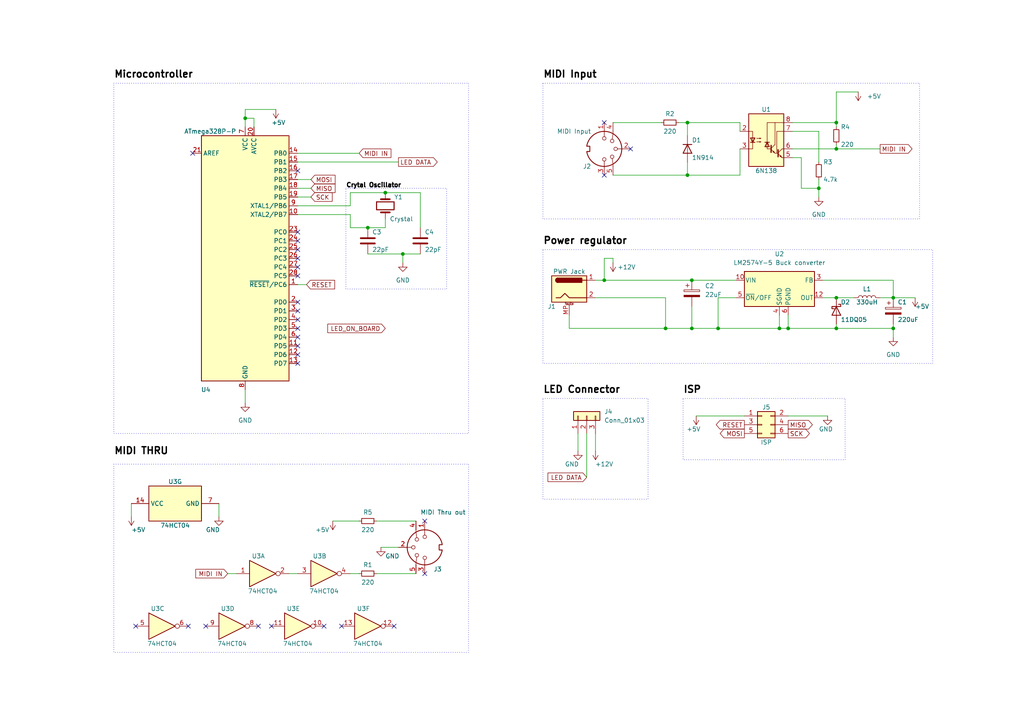
<source format=kicad_sch>
(kicad_sch (version 20230121) (generator eeschema)
  (paper "A4")
  (title_block (title "MIDI Visualiser") (date "2023-10-22") (rev "0.2") (comment 2 "Maksim Eremenko") (comment 3 "Vagarth Gaurav") (comment 4 "Authors:"))
  (lib_symbols
    (symbol "74xx:74HCT04"
      (property "Reference" "U" (at 0 1.27 0))
      (property "Value" "74HCT04" (at 0 -1.27 0))
      (symbol "74HCT04_1_0"
        (polyline (pts (xy -3.81 3.81) (xy -3.81 -3.81) (xy 3.81 0) (xy -3.81 3.81)) (stroke (width 0.254)) (fill (type background)))
        (pin input line (at -7.62 0 0) (length 3.81) (name "~") (number "1"))
        (pin output inverted (at 7.62 0 180) (length 3.81) (name "~") (number "2"))
      )
      (symbol "74HCT04_2_0"
        (polyline (pts (xy -3.81 3.81) (xy -3.81 -3.81) (xy 3.81 0) (xy -3.81 3.81)) (stroke (width 0.254)) (fill (type background)))
        (pin input line (at -7.62 0 0) (length 3.81) (name "~") (number "3"))
        (pin output inverted (at 7.62 0 180) (length 3.81) (name "~") (number "4"))
      )
      (symbol "74HCT04_3_0"
        (polyline (pts (xy -3.81 3.81) (xy -3.81 -3.81) (xy 3.81 0) (xy -3.81 3.81)) (stroke (width 0.254)) (fill (type background)))
        (pin input line (at -7.62 0 0) (length 3.81) (name "~") (number "5"))
        (pin output inverted (at 7.62 0 180) (length 3.81) (name "~") (number "6"))
      )
      (symbol "74HCT04_4_0"
        (polyline (pts (xy -3.81 3.81) (xy -3.81 -3.81) (xy 3.81 0) (xy -3.81 3.81)) (stroke (width 0.254)) (fill (type background)))
        (pin output inverted (at 7.62 0 180) (length 3.81) (name "~") (number "8"))
        (pin input line (at -7.62 0 0) (length 3.81) (name "~") (number "9"))
      )
      (symbol "74HCT04_5_0"
        (polyline (pts (xy -3.81 3.81) (xy -3.81 -3.81) (xy 3.81 0) (xy -3.81 3.81)) (stroke (width 0.254)) (fill (type background)))
        (pin output inverted (at 7.62 0 180) (length 3.81) (name "~") (number "10"))
        (pin input line (at -7.62 0 0) (length 3.81) (name "~") (number "11"))
      )
      (symbol "74HCT04_6_0"
        (polyline (pts (xy -3.81 3.81) (xy -3.81 -3.81) (xy 3.81 0) (xy -3.81 3.81)) (stroke (width 0.254)) (fill (type background)))
        (pin output inverted (at 7.62 0 180) (length 3.81) (name "~") (number "12"))
        (pin input line (at -7.62 0 0) (length 3.81) (name "~") (number "13"))
      )
      (symbol "74HCT04_7_0"
        (pin power_in line (at 0 12.7 270) (length 5.08) (name "VCC") (number "14"))
        (pin power_in line (at 0 -12.7 90) (length 5.08) (name "GND") (number "7"))
      )
      (symbol "74HCT04_7_1"
        (rectangle (start -5.08 7.62) (end 5.08 -7.62) (stroke (width 0.254)) (fill (type background)))
      )
    )
    (symbol "Connector:Barrel_Jack_MountingPin" (pin_names hide)
      (property "Reference" "J" (at 0 5.334 0))
      (property "Value" "Barrel_Jack_MountingPin" (at 1.27 -6.35 0))
      (symbol "Barrel_Jack_MountingPin_0_1"
        (rectangle (start -5.08 3.81) (end 5.08 -3.81) (stroke (width 0.254)) (fill (type background)))
        (arc (start -3.302 3.175) (mid -3.9343 2.54) (end -3.302 1.905) (stroke (width 0.254)))
        (arc (start -3.302 3.175) (mid -3.9343 2.54) (end -3.302 1.905) (stroke (width 0.254)) (fill (type outline)))
        (polyline (pts (xy 5.08 2.54) (xy 3.81 2.54)) (stroke (width 0.254)))
        (polyline (pts (xy -3.81 -2.54) (xy -2.54 -2.54) (xy -1.27 -1.27) (xy 0 -2.54) (xy 2.54 -2.54) (xy 5.08 -2.54)) (stroke (width 0.254)))
        (rectangle (start 3.683 3.175) (end -3.302 1.905) (stroke (width 0.254)) (fill (type outline)))
      )
      (symbol "Barrel_Jack_MountingPin_1_1"
        (polyline (pts (xy -1.016 -4.572) (xy 1.016 -4.572)) (stroke (width 0.1524)))
        (text "Mounting" (at 0 -4.191 0) (effects (font (size 0.381 0.381))))
        (pin passive line (at 7.62 2.54 180) (length 2.54) (name "~") (number "1"))
        (pin passive line (at 7.62 -2.54 180) (length 2.54) (name "~") (number "2"))
        (pin passive line (at 0 -7.62 90) (length 3.048) (name "MountPin") (number "MP"))
      )
    )
    (symbol "Connector:DIN-5_180degree" (pin_names (offset 1.016))
      (property "Reference" "J" (at 3.175 5.715 0))
      (property "Value" "DIN-5_180degree" (at 0 -6.35 0))
      (symbol "DIN-5_180degree_0_1"
        (arc (start -5.08 0) (mid -3.8609 -3.3364) (end -0.762 -5.08) (stroke (width 0.254)))
        (circle (center -3.048 0) (radius 0.508))
        (circle (center -2.286 2.286) (radius 0.508))
        (polyline (pts (xy -5.08 0) (xy -3.556 0)))
        (polyline (pts (xy 0 5.08) (xy 0 3.81)))
        (polyline (pts (xy 5.08 0) (xy 3.556 0)))
        (polyline (pts (xy -5.08 2.54) (xy -4.318 2.54) (xy -2.794 2.286)))
        (polyline (pts (xy 5.08 2.54) (xy 4.318 2.54) (xy 2.794 2.286)))
        (polyline (pts (xy -0.762 -4.953) (xy -0.762 -4.191) (xy 0.762 -4.191) (xy 0.762 -4.953)) (stroke (width 0.254)))
        (circle (center 0 3.302) (radius 0.508))
        (arc (start 0.762 -5.08) (mid 3.8685 -3.343) (end 5.08 0) (stroke (width 0.254)))
        (circle (center 2.286 2.286) (radius 0.508))
        (circle (center 3.048 0) (radius 0.508))
        (arc (start 5.08 0) (mid 0 5.0579) (end -5.08 0) (stroke (width 0.254)))
      )
      (symbol "DIN-5_180degree_1_1"
        (pin passive line (at -7.62 0 0) (length 2.54) (name "~") (number "1"))
        (pin passive line (at 0 7.62 270) (length 2.54) (name "~") (number "2"))
        (pin passive line (at 7.62 0 180) (length 2.54) (name "~") (number "3"))
        (pin passive line (at -7.62 2.54 0) (length 2.54) (name "~") (number "4"))
        (pin passive line (at 7.62 2.54 180) (length 2.54) (name "~") (number "5"))
      )
    )
    (symbol "Connector_Generic:Conn_01x03" (pin_names (offset 1.016) hide)
      (property "Reference" "J" (at 0 5.08 0))
      (property "Value" "Conn_01x03" (at 0 -5.08 0))
      (symbol "Conn_01x03_1_1"
        (rectangle (start -1.27 -2.413) (end 0 -2.667) (stroke (width 0.1524)))
        (rectangle (start -1.27 0.127) (end 0 -0.127) (stroke (width 0.1524)))
        (rectangle (start -1.27 2.667) (end 0 2.413) (stroke (width 0.1524)))
        (rectangle (start -1.27 3.81) (end 1.27 -3.81) (stroke (width 0.254)) (fill (type background)))
        (pin passive line (at -5.08 2.54 0) (length 3.81) (name "Pin_1") (number "1"))
        (pin passive line (at -5.08 0 0) (length 3.81) (name "Pin_2") (number "2"))
        (pin passive line (at -5.08 -2.54 0) (length 3.81) (name "Pin_3") (number "3"))
      )
    )
    (symbol "Connector_Generic:Conn_02x03_Odd_Even" (pin_names (offset 1.016) hide)
      (property "Reference" "J" (at 1.27 5.08 0))
      (property "Value" "Conn_02x03_Odd_Even" (at 1.27 -5.08 0))
      (symbol "Conn_02x03_Odd_Even_1_1"
        (rectangle (start -1.27 -2.413) (end 0 -2.667) (stroke (width 0.1524)))
        (rectangle (start -1.27 0.127) (end 0 -0.127) (stroke (width 0.1524)))
        (rectangle (start -1.27 2.667) (end 0 2.413) (stroke (width 0.1524)))
        (rectangle (start -1.27 3.81) (end 3.81 -3.81) (stroke (width 0.254)) (fill (type background)))
        (rectangle (start 3.81 -2.413) (end 2.54 -2.667) (stroke (width 0.1524)))
        (rectangle (start 3.81 0.127) (end 2.54 -0.127) (stroke (width 0.1524)))
        (rectangle (start 3.81 2.667) (end 2.54 2.413) (stroke (width 0.1524)))
        (pin passive line (at -5.08 2.54 0) (length 3.81) (name "Pin_1") (number "1"))
        (pin passive line (at 7.62 2.54 180) (length 3.81) (name "Pin_2") (number "2"))
        (pin passive line (at -5.08 0 0) (length 3.81) (name "Pin_3") (number "3"))
        (pin passive line (at 7.62 0 180) (length 3.81) (name "Pin_4") (number "4"))
        (pin passive line (at -5.08 -2.54 0) (length 3.81) (name "Pin_5") (number "5"))
        (pin passive line (at 7.62 -2.54 180) (length 3.81) (name "Pin_6") (number "6"))
      )
    )
    (symbol "Device:C" (pin_numbers hide) (pin_names (offset 0.254))
      (property "Reference" "C" (at 0.635 2.54 0))
      (property "Value" "C" (at 0.635 -2.54 0))
      (symbol "C_0_1"
        (polyline (pts (xy -2.032 -0.762) (xy 2.032 -0.762)) (stroke (width 0.508)))
        (polyline (pts (xy -2.032 0.762) (xy 2.032 0.762)) (stroke (width 0.508)))
      )
      (symbol "C_1_1"
        (pin passive line (at 0 3.81 270) (length 2.794) (name "~") (number "1"))
        (pin passive line (at 0 -3.81 90) (length 2.794) (name "~") (number "2"))
      )
    )
    (symbol "Device:C_Polarized" (pin_numbers hide) (pin_names (offset 0.254))
      (property "Reference" "C" (at 0.635 2.54 0))
      (property "Value" "C_Polarized" (at 0.635 -2.54 0))
      (symbol "C_Polarized_0_1"
        (rectangle (start -2.286 0.508) (end 2.286 1.016))
        (polyline (pts (xy -1.778 2.286) (xy -0.762 2.286)))
        (polyline (pts (xy -1.27 2.794) (xy -1.27 1.778)))
        (rectangle (start 2.286 -0.508) (end -2.286 -1.016) (fill (type outline)))
      )
      (symbol "C_Polarized_1_1"
        (pin passive line (at 0 3.81 270) (length 2.794) (name "~") (number "1"))
        (pin passive line (at 0 -3.81 90) (length 2.794) (name "~") (number "2"))
      )
    )
    (symbol "Device:Crystal" (pin_numbers hide) (pin_names (offset 1.016) hide)
      (property "Reference" "Y" (at 0 3.81 0))
      (property "Value" "Crystal" (at 0 -3.81 0))
      (symbol "Crystal_0_1"
        (rectangle (start -1.143 2.54) (end 1.143 -2.54) (stroke (width 0.3048)))
        (polyline (pts (xy -2.54 0) (xy -1.905 0)))
        (polyline (pts (xy -1.905 -1.27) (xy -1.905 1.27)) (stroke (width 0.508)))
        (polyline (pts (xy 1.905 -1.27) (xy 1.905 1.27)) (stroke (width 0.508)))
        (polyline (pts (xy 2.54 0) (xy 1.905 0)))
      )
      (symbol "Crystal_1_1"
        (pin passive line (at -3.81 0 0) (length 1.27) (name "1") (number "1"))
        (pin passive line (at 3.81 0 180) (length 1.27) (name "2") (number "2"))
      )
    )
    (symbol "Device:D_Schottky" (pin_numbers hide) (pin_names (offset 1.016) hide)
      (property "Reference" "D" (at 0 2.54 0))
      (property "Value" "D_Schottky" (at 0 -2.54 0))
      (symbol "D_Schottky_0_1"
        (polyline (pts (xy 1.27 0) (xy -1.27 0)))
        (polyline (pts (xy 1.27 1.27) (xy 1.27 -1.27) (xy -1.27 0) (xy 1.27 1.27)) (stroke (width 0.254)))
        (polyline (pts (xy -1.905 0.635) (xy -1.905 1.27) (xy -1.27 1.27) (xy -1.27 -1.27) (xy -0.635 -1.27) (xy -0.635 -0.635)) (stroke (width 0.254)))
      )
      (symbol "D_Schottky_1_1"
        (pin passive line (at -3.81 0 0) (length 2.54) (name "K") (number "1"))
        (pin passive line (at 3.81 0 180) (length 2.54) (name "A") (number "2"))
      )
    )
    (symbol "Device:L" (pin_numbers hide) (pin_names (offset 1.016) hide)
      (property "Reference" "L" (at -1.27 0 90))
      (property "Value" "L" (at 1.905 0 90))
      (symbol "L_0_1"
        (arc (start 0 -2.54) (mid 0.6323 -1.905) (end 0 -1.27))
        (arc (start 0 -1.27) (mid 0.6323 -0.635) (end 0 0))
        (arc (start 0 0) (mid 0.6323 0.635) (end 0 1.27))
        (arc (start 0 1.27) (mid 0.6323 1.905) (end 0 2.54))
      )
      (symbol "L_1_1"
        (pin passive line (at 0 3.81 270) (length 1.27) (name "1") (number "1"))
        (pin passive line (at 0 -3.81 90) (length 1.27) (name "2") (number "2"))
      )
    )
    (symbol "Device:R_Small" (pin_numbers hide) (pin_names (offset 0.254) hide)
      (property "Reference" "R" (at 0.762 0.508 0))
      (property "Value" "R_Small" (at 0.762 -1.016 0))
      (symbol "R_Small_0_1"
        (rectangle (start -0.762 1.778) (end 0.762 -1.778) (stroke (width 0.2032)))
      )
      (symbol "R_Small_1_1"
        (pin passive line (at 0 2.54 270) (length 0.762) (name "~") (number "1"))
        (pin passive line (at 0 -2.54 90) (length 0.762) (name "~") (number "2"))
      )
    )
    (symbol "Diode:1N914" (pin_numbers hide) (pin_names hide)
      (property "Reference" "D" (at 0 2.54 0))
      (property "Value" "1N914" (at 0 -2.54 0))
      (symbol "1N914_0_1"
        (polyline (pts (xy -1.27 1.27) (xy -1.27 -1.27)) (stroke (width 0.254)))
        (polyline (pts (xy 1.27 0) (xy -1.27 0)))
        (polyline (pts (xy 1.27 1.27) (xy 1.27 -1.27) (xy -1.27 0) (xy 1.27 1.27)) (stroke (width 0.254)))
      )
      (symbol "1N914_1_1"
        (pin passive line (at -3.81 0 0) (length 2.54) (name "K") (number "1"))
        (pin passive line (at 3.81 0 180) (length 2.54) (name "A") (number "2"))
      )
    )
    (symbol "Isolator:6N138" (pin_names (offset 1.016) hide)
      (property "Reference" "U" (at -4.064 8.89 0))
      (property "Value" "6N138" (at 2.286 8.89 0))
      (symbol "6N138_0_1"
        (rectangle (start -5.08 7.62) (end 5.08 -7.62) (stroke (width 0.254)) (fill (type background)))
        (polyline (pts (xy -4.572 -0.635) (xy -3.302 -0.635)) (stroke (width 0.254)))
        (polyline (pts (xy 0.889 -0.635) (xy -0.381 -0.635)) (stroke (width 0.254)))
        (polyline (pts (xy 1.397 -2.667) (xy 2.54 -3.81)))
        (polyline (pts (xy 1.397 -2.413) (xy 2.54 -1.27)))
        (polyline (pts (xy 2.54 -3.81) (xy 3.175 -3.81)))
        (polyline (pts (xy 3.429 -3.937) (xy 4.572 -5.08)))
        (polyline (pts (xy 3.429 -3.683) (xy 4.572 -2.54)))
        (polyline (pts (xy 4.572 -5.08) (xy 5.08 -5.08)))
        (polyline (pts (xy 4.572 -2.54) (xy 5.08 -2.54)))
        (polyline (pts (xy 1.397 -1.524) (xy 1.397 -3.556) (xy 1.397 -3.556)) (stroke (width 0.3556)))
        (polyline (pts (xy 2.54 -1.27) (xy 2.54 5.08) (xy 5.08 5.08)))
        (polyline (pts (xy 3.429 -2.794) (xy 3.429 -4.826) (xy 3.429 -4.826)) (stroke (width 0.3556)))
        (polyline (pts (xy 5.08 2.54) (xy 3.048 2.54) (xy 3.048 -3.81)))
        (polyline (pts (xy -5.08 -2.54) (xy -3.937 -2.54) (xy -3.937 2.54) (xy -5.08 2.54)))
        (polyline (pts (xy -3.937 -0.635) (xy -4.572 0.635) (xy -3.302 0.635) (xy -3.937 -0.635)) (stroke (width 0.254)))
        (polyline (pts (xy 0.254 -0.635) (xy 0.889 -1.905) (xy -0.381 -1.905) (xy 0.254 -0.635)) (stroke (width 0.254)))
        (polyline (pts (xy 1.27 -2.54) (xy 0.254 -2.54) (xy 0.254 5.08) (xy 2.54 5.08)))
        (polyline (pts (xy 2.413 -3.683) (xy 2.159 -3.175) (xy 1.905 -3.429) (xy 2.413 -3.683)))
        (polyline (pts (xy 4.445 -4.953) (xy 4.191 -4.445) (xy 3.937 -4.699) (xy 4.445 -4.953)))
        (polyline (pts (xy -2.794 -0.508) (xy -1.524 -0.508) (xy -1.905 -0.635) (xy -1.905 -0.381) (xy -1.524 -0.508)))
        (polyline (pts (xy -2.794 0.508) (xy -1.524 0.508) (xy -1.905 0.381) (xy -1.905 0.635) (xy -1.524 0.508)))
      )
      (symbol "6N138_1_1"
        (pin no_connect line (at -5.08 5.08 0) (length 2.54) hide (name "NC") (number "1"))
        (pin passive line (at -7.62 2.54 0) (length 2.54) (name "C1") (number "2"))
        (pin passive line (at -7.62 -2.54 0) (length 2.54) (name "C2") (number "3"))
        (pin no_connect line (at -5.08 -5.08 0) (length 2.54) hide (name "NC") (number "4"))
        (pin passive line (at 7.62 -5.08 180) (length 2.54) (name "GND") (number "5"))
        (pin passive line (at 7.62 -2.54 180) (length 2.54) (name "VO2") (number "6"))
        (pin passive line (at 7.62 2.54 180) (length 2.54) (name "VO1") (number "7"))
        (pin passive line (at 7.62 5.08 180) (length 2.54) (name "VCC") (number "8"))
      )
    )
    (symbol "MCU_Microchip_ATmega:ATmega328P-P"
      (property "Reference" "U" (at -12.7 36.83 0))
      (property "Value" "ATmega328P-P" (at 2.54 -36.83 0))
      (symbol "ATmega328P-P_0_1"
        (rectangle (start -12.7 -35.56) (end 12.7 35.56) (stroke (width 0.254)) (fill (type background)))
      )
      (symbol "ATmega328P-P_1_1"
        (pin bidirectional line (at 15.24 -7.62 180) (length 2.54) (name "~{RESET}/PC6") (number "1"))
        (pin bidirectional line (at 15.24 12.7 180) (length 2.54) (name "XTAL2/PB7") (number "10"))
        (pin bidirectional line (at 15.24 -25.4 180) (length 2.54) (name "PD5") (number "11"))
        (pin bidirectional line (at 15.24 -27.94 180) (length 2.54) (name "PD6") (number "12"))
        (pin bidirectional line (at 15.24 -30.48 180) (length 2.54) (name "PD7") (number "13"))
        (pin bidirectional line (at 15.24 30.48 180) (length 2.54) (name "PB0") (number "14"))
        (pin bidirectional line (at 15.24 27.94 180) (length 2.54) (name "PB1") (number "15"))
        (pin bidirectional line (at 15.24 25.4 180) (length 2.54) (name "PB2") (number "16"))
        (pin bidirectional line (at 15.24 22.86 180) (length 2.54) (name "PB3") (number "17"))
        (pin bidirectional line (at 15.24 20.32 180) (length 2.54) (name "PB4") (number "18"))
        (pin bidirectional line (at 15.24 17.78 180) (length 2.54) (name "PB5") (number "19"))
        (pin bidirectional line (at 15.24 -12.7 180) (length 2.54) (name "PD0") (number "2"))
        (pin power_in line (at 2.54 38.1 270) (length 2.54) (name "AVCC") (number "20"))
        (pin passive line (at -15.24 30.48 0) (length 2.54) (name "AREF") (number "21"))
        (pin passive line (at 0 -38.1 90) (length 2.54) hide (name "GND") (number "22"))
        (pin bidirectional line (at 15.24 7.62 180) (length 2.54) (name "PC0") (number "23"))
        (pin bidirectional line (at 15.24 5.08 180) (length 2.54) (name "PC1") (number "24"))
        (pin bidirectional line (at 15.24 2.54 180) (length 2.54) (name "PC2") (number "25"))
        (pin bidirectional line (at 15.24 0 180) (length 2.54) (name "PC3") (number "26"))
        (pin bidirectional line (at 15.24 -2.54 180) (length 2.54) (name "PC4") (number "27"))
        (pin bidirectional line (at 15.24 -5.08 180) (length 2.54) (name "PC5") (number "28"))
        (pin bidirectional line (at 15.24 -15.24 180) (length 2.54) (name "PD1") (number "3"))
        (pin bidirectional line (at 15.24 -17.78 180) (length 2.54) (name "PD2") (number "4"))
        (pin bidirectional line (at 15.24 -20.32 180) (length 2.54) (name "PD3") (number "5"))
        (pin bidirectional line (at 15.24 -22.86 180) (length 2.54) (name "PD4") (number "6"))
        (pin power_in line (at 0 38.1 270) (length 2.54) (name "VCC") (number "7"))
        (pin power_in line (at 0 -38.1 90) (length 2.54) (name "GND") (number "8"))
        (pin bidirectional line (at 15.24 15.24 180) (length 2.54) (name "XTAL1/PB6") (number "9"))
      )
    )
    (symbol "Regulator_Switching:LM2574M-5" (pin_names (offset 0.254))
      (property "Reference" "U" (at -10.16 6.35 0))
      (property "Value" "LM2574M-5" (at -5.08 6.35 0))
      (symbol "LM2574M-5_0_1"
        (rectangle (start -10.16 5.08) (end 10.16 -5.08) (stroke (width 0.254)) (fill (type background)))
      )
      (symbol "LM2574M-5_1_1"
        (pin power_in line (at -12.7 2.54 0) (length 2.54) (name "VIN") (number "10"))
        (pin output line (at 12.7 -2.54 180) (length 2.54) (name "OUT") (number "12"))
        (pin input line (at 12.7 2.54 180) (length 2.54) (name "FB") (number "3"))
        (pin power_in line (at 0 -7.62 90) (length 2.54) (name "SGND") (number "4"))
        (pin input line (at -12.7 -2.54 0) (length 2.54) (name "~{ON}/OFF") (number "5"))
        (pin power_in line (at 2.54 -7.62 90) (length 2.54) (name "PGND") (number "6"))
      )
    )
    (symbol "power:+12V" (power) (pin_names (offset 0))
      (property "Value" "+12V" (at 0 3.556 0))
      (symbol "+12V_0_1"
        (polyline (pts (xy -0.762 1.27) (xy 0 2.54)))
        (polyline (pts (xy 0 0) (xy 0 2.54)))
        (polyline (pts (xy 0 2.54) (xy 0.762 1.27)))
      )
      (symbol "+12V_1_1"
        (pin power_in line (at 0 0 90) (length 0) hide (name "+12V") (number "1"))
      )
    )
    (symbol "power:+5V" (power) (pin_names (offset 0))
      (property "Value" "+5V" (at 0 3.556 0))
      (symbol "+5V_0_1"
        (polyline (pts (xy -0.762 1.27) (xy 0 2.54)))
        (polyline (pts (xy 0 0) (xy 0 2.54)))
        (polyline (pts (xy 0 2.54) (xy 0.762 1.27)))
      )
      (symbol "+5V_1_1"
        (pin power_in line (at 0 0 90) (length 0) hide (name "+5V") (number "1"))
      )
    )
    (symbol "power:GND" (power) (pin_names (offset 0))
      (property "Value" "GND" (at 0 -3.81 0))
      (symbol "GND_0_1"
        (polyline (pts (xy 0 0) (xy 0 -1.27) (xy 1.27 -1.27) (xy 0 -2.54) (xy -1.27 -1.27) (xy 0 -1.27)))
      )
      (symbol "GND_1_1"
        (pin power_in line (at 0 0 270) (length 0) hide (name "GND") (number "1"))
      )
    )
  )
  (junction (at 193.04 95.25))
  (junction (at 175.26 81.28))
  (junction (at 237.49 54.61))
  (junction (at 242.57 43.18))
  (junction (at 242.57 95.25))
  (junction (at 242.57 86.36))
  (junction (at 199.39 50.8))
  (junction (at 200.66 81.28))
  (junction (at 200.66 95.25))
  (junction (at 259.08 86.36))
  (junction (at 106.68 66.04))
  (junction (at 111.76 55.88))
  (junction (at 116.84 73.66))
  (junction (at 242.57 35.56))
  (junction (at 208.28 95.25))
  (junction (at 228.6 95.25))
  (junction (at 71.12 34.29))
  (junction (at 259.08 95.25))
  (junction (at 199.39 35.56))
  (junction (at 226.06 95.25))
  (no_connect (at 99.06 181.61))
  (no_connect (at 86.36 77.47))
  (no_connect (at 55.88 44.45))
  (no_connect (at 86.36 67.31))
  (no_connect (at 93.98 181.61))
  (no_connect (at 86.36 102.87))
  (no_connect (at 123.19 166.37))
  (no_connect (at 86.36 80.01))
  (no_connect (at 123.19 151.13))
  (no_connect (at 86.36 92.71))
  (no_connect (at 182.88 43.18))
  (no_connect (at 175.26 35.56))
  (no_connect (at 59.69 181.61))
  (no_connect (at 54.61 181.61))
  (no_connect (at 86.36 95.25))
  (no_connect (at 86.36 97.79))
  (no_connect (at 86.36 90.17))
  (no_connect (at 86.36 74.93))
  (no_connect (at 86.36 105.41))
  (no_connect (at 86.36 87.63))
  (no_connect (at 78.74 181.61))
  (no_connect (at 74.93 181.61))
  (no_connect (at 175.26 50.8))
  (no_connect (at 86.36 100.33))
  (no_connect (at 39.37 181.61))
  (no_connect (at 114.3 181.61))
  (no_connect (at 86.36 69.85))
  (no_connect (at 86.36 72.39))
  (no_connect (at 86.36 49.53))
  (wire (pts (xy 109.22 151.13) (xy 120.65 151.13)))
  (wire (pts (xy 199.39 46.99) (xy 199.39 50.8)))
  (wire (pts (xy 71.12 31.75) (xy 80.01 31.75)))
  (wire (pts (xy 232.41 54.61) (xy 237.49 54.61)))
  (wire (pts (xy 101.6 62.23) (xy 86.36 62.23)))
  (wire (pts (xy 242.57 26.67) (xy 242.57 35.56)))
  (wire (pts (xy 214.63 50.8) (xy 214.63 43.18)))
  (wire (pts (xy 242.57 43.18) (xy 255.27 43.18)))
  (wire (pts (xy 242.57 41.91) (xy 242.57 43.18)))
  (wire (pts (xy 199.39 35.56) (xy 214.63 35.56)))
  (wire (pts (xy 193.04 86.36) (xy 193.04 95.25)))
  (wire (pts (xy 259.08 81.28) (xy 259.08 86.36)))
  (wire (pts (xy 101.6 66.04) (xy 101.6 62.23)))
  (wire (pts (xy 242.57 35.56) (xy 242.57 36.83)))
  (wire (pts (xy 237.49 54.61) (xy 237.49 57.15)))
  (wire (pts (xy 71.12 31.75) (xy 71.12 34.29)))
  (wire (pts (xy 242.57 86.36) (xy 247.65 86.36)))
  (wire (pts (xy 242.57 93.98) (xy 242.57 95.25)))
  (wire (pts (xy 226.06 95.25) (xy 228.6 95.25)))
  (wire (pts (xy 259.08 86.36) (xy 265.43 86.36)))
  (wire (pts (xy 116.84 73.66) (xy 121.92 73.66)))
  (wire (pts (xy 175.26 74.93) (xy 177.8 74.93)))
  (wire (pts (xy 86.36 46.99) (xy 115.57 46.99)))
  (wire (pts (xy 121.92 55.88) (xy 121.92 66.04)))
  (wire (pts (xy 193.04 95.25) (xy 200.66 95.25)))
  (wire (pts (xy 172.72 86.36) (xy 193.04 86.36)))
  (wire (pts (xy 229.87 45.72) (xy 232.41 45.72)))
  (wire (pts (xy 214.63 35.56) (xy 214.63 38.1)))
  (wire (pts (xy 177.8 50.8) (xy 199.39 50.8)))
  (wire (pts (xy 237.49 38.1) (xy 237.49 46.99)))
  (wire (pts (xy 177.8 35.56) (xy 191.77 35.56)))
  (wire (pts (xy 170.18 125.73) (xy 170.18 138.43)))
  (wire (pts (xy 101.6 166.37) (xy 104.14 166.37)))
  (wire (pts (xy 229.87 35.56) (xy 242.57 35.56)))
  (wire (pts (xy 116.84 73.66) (xy 116.84 76.2)))
  (wire (pts (xy 177.8 74.93) (xy 177.8 76.2)))
  (wire (pts (xy 71.12 34.29) (xy 71.12 36.83)))
  (wire (pts (xy 199.39 35.56) (xy 199.39 39.37)))
  (wire (pts (xy 109.22 166.37) (xy 120.65 166.37)))
  (wire (pts (xy 229.87 43.18) (xy 242.57 43.18)))
  (wire (pts (xy 38.1 146.05) (xy 38.1 149.86)))
  (wire (pts (xy 200.66 95.25) (xy 208.28 95.25)))
  (wire (pts (xy 90.17 57.15) (xy 86.36 57.15)))
  (wire (pts (xy 237.49 52.07) (xy 237.49 54.61)))
  (wire (pts (xy 172.72 125.73) (xy 172.72 130.81)))
  (wire (pts (xy 228.6 91.44) (xy 228.6 95.25)))
  (wire (pts (xy 228.6 95.25) (xy 242.57 95.25)))
  (wire (pts (xy 106.68 66.04) (xy 101.6 66.04)))
  (wire (pts (xy 238.76 86.36) (xy 242.57 86.36)))
  (wire (pts (xy 71.12 113.03) (xy 71.12 116.84)))
  (wire (pts (xy 90.17 54.61) (xy 86.36 54.61)))
  (wire (pts (xy 63.5 146.05) (xy 63.5 149.86)))
  (wire (pts (xy 208.28 95.25) (xy 226.06 95.25)))
  (wire (pts (xy 200.66 88.9) (xy 200.66 95.25)))
  (wire (pts (xy 259.08 95.25) (xy 259.08 97.79)))
  (wire (pts (xy 88.9 82.55) (xy 86.36 82.55)))
  (wire (pts (xy 86.36 44.45) (xy 104.14 44.45)))
  (wire (pts (xy 101.6 55.88) (xy 111.76 55.88)))
  (wire (pts (xy 167.64 125.73) (xy 167.64 130.81)))
  (wire (pts (xy 172.72 81.28) (xy 175.26 81.28)))
  (wire (pts (xy 110.49 158.75) (xy 115.57 158.75)))
  (wire (pts (xy 165.1 95.25) (xy 193.04 95.25)))
  (wire (pts (xy 196.85 35.56) (xy 199.39 35.56)))
  (wire (pts (xy 73.66 36.83) (xy 73.66 34.29)))
  (wire (pts (xy 213.36 86.36) (xy 208.28 86.36)))
  (wire (pts (xy 165.1 91.44) (xy 165.1 95.25)))
  (wire (pts (xy 90.17 52.07) (xy 86.36 52.07)))
  (wire (pts (xy 226.06 91.44) (xy 226.06 95.25)))
  (wire (pts (xy 229.87 38.1) (xy 237.49 38.1)))
  (wire (pts (xy 255.27 86.36) (xy 259.08 86.36)))
  (wire (pts (xy 86.36 59.69) (xy 101.6 59.69)))
  (wire (pts (xy 232.41 45.72) (xy 232.41 54.61)))
  (wire (pts (xy 242.57 95.25) (xy 259.08 95.25)))
  (wire (pts (xy 242.57 26.67) (xy 248.92 26.67)))
  (wire (pts (xy 106.68 73.66) (xy 116.84 73.66)))
  (wire (pts (xy 73.66 34.29) (xy 71.12 34.29)))
  (wire (pts (xy 259.08 93.98) (xy 259.08 95.25)))
  (wire (pts (xy 238.76 81.28) (xy 259.08 81.28)))
  (wire (pts (xy 175.26 81.28) (xy 200.66 81.28)))
  (wire (pts (xy 83.82 166.37) (xy 86.36 166.37)))
  (wire (pts (xy 175.26 81.28) (xy 175.26 74.93)))
  (wire (pts (xy 111.76 63.5) (xy 111.76 66.04)))
  (wire (pts (xy 111.76 55.88) (xy 121.92 55.88)))
  (wire (pts (xy 199.39 50.8) (xy 214.63 50.8)))
  (wire (pts (xy 200.66 81.28) (xy 213.36 81.28)))
  (wire (pts (xy 96.52 151.13) (xy 104.14 151.13)))
  (wire (pts (xy 201.93 120.65) (xy 215.9 120.65)))
  (wire (pts (xy 101.6 59.69) (xy 101.6 55.88)))
  (wire (pts (xy 66.04 166.37) (xy 68.58 166.37)))
  (wire (pts (xy 228.6 120.65) (xy 240.03 120.65)))
  (wire (pts (xy 208.28 86.36) (xy 208.28 95.25)))
  (wire (pts (xy 111.76 66.04) (xy 106.68 66.04)))
  (rectangle (start 33.02 24.13) (end 135.89 125.73) (stroke (width 0) (type dot)))
  (rectangle (start 100.33 54.61) (end 129.54 83.82) (stroke (width 0) (type dot)))
  (rectangle (start 157.48 24.13) (end 266.7 63.5) (stroke (width 0) (type dot)))
  (rectangle (start 157.48 72.39) (end 270.51 105.41) (stroke (width 0) (type dot)))
  (rectangle (start 33.02 134.62) (end 135.89 189.23) (stroke (width 0) (type dot)))
  (rectangle (start 157.48 115.57) (end 187.96 144.78) (stroke (width 0) (type dot)))
  (rectangle (start 198.12 115.57) (end 245.11 133.35) (stroke (width 0) (type dot)))
  (text "MIDI THRU" (at 33.02 132.08 0) (effects (font (size 2 2) (thickness 0.4) bold) (justify left bottom)))
  (text "Microcontroller" (at 33.02 22.86 0) (effects (font (size 2 2) (thickness 0.4) bold) (justify left bottom)))
  (text "MIDI Input\n" (at 157.48 22.86 0) (effects (font (size 2 2) (thickness 0.4) bold) (justify left bottom)))
  (text "Crytal Oscillator" (at 100.33 54.61 0) (effects (font (size 1.27 1.27) (thickness 0.4) bold) (justify left bottom)))
  (text "LED Connector" (at 157.48 114.3 0) (effects (font (size 2 2) (thickness 0.4) bold) (justify left bottom)))
  (text "Power regulator" (at 157.48 71.12 0) (effects (font (size 2 2) (thickness 0.4) bold) (justify left bottom)))
  (text "ISP\n" (at 198.12 114.3 0) (effects (font (size 2 2) (thickness 0.4) bold) (justify left bottom)))
  (global_label "LED DATA" (shape output) (at 115.57 46.99 0) (property "Intersheetrefs" "${INTERSHEET_REFS}" (effects hide)))
  (global_label "RESET" (shape output) (at 215.9 123.19 180) (property "Intersheetrefs" "${INTERSHEET_REFS}" (effects hide)))
  (global_label "MISO" (shape input) (at 90.17 54.61 0) (property "Intersheetrefs" "${INTERSHEET_REFS}" (effects hide)))
  (global_label "SCK" (shape output) (at 228.6 125.73 0) (property "Intersheetrefs" "${INTERSHEET_REFS}" (effects hide)))
  (global_label "MIDI IN" (shape output) (at 255.27 43.18 0) (property "Intersheetrefs" "${INTERSHEET_REFS}" (effects hide)))
  (global_label "LED DATA" (shape input) (at 170.18 138.43 180) (property "Intersheetrefs" "${INTERSHEET_REFS}" (effects hide)))
  (global_label "MOSI" (shape output) (at 215.9 125.73 180) (property "Intersheetrefs" "${INTERSHEET_REFS}" (effects hide)))
  (global_label "MIDI IN" (shape input) (at 104.14 44.45 0) (property "Intersheetrefs" "${INTERSHEET_REFS}" (effects hide)))
  (global_label "MOSI" (shape input) (at 90.17 52.07 0) (property "Intersheetrefs" "${INTERSHEET_REFS}" (effects hide)))
  (global_label "RESET" (shape input) (at 88.9 82.55 0) (property "Intersheetrefs" "${INTERSHEET_REFS}" (effects hide)))
  (global_label "LED_ON_BOARD" (shape input) (at 111.76 95.25 180) (property "Intersheetrefs" "${INTERSHEET_REFS}" (effects hide)))
  (global_label "MISO" (shape output) (at 228.6 123.19 0) (property "Intersheetrefs" "${INTERSHEET_REFS}" (effects hide)))
  (global_label "SCK" (shape input) (at 90.17 57.15 0) (property "Intersheetrefs" "${INTERSHEET_REFS}" (effects hide)))
  (global_label "MIDI IN" (shape input) (at 66.04 166.37 180) (property "Intersheetrefs" "${INTERSHEET_REFS}" (effects hide)))
  (symbol (lib_id "power:GND") (at 167.64 130.81 0) (unit 1)
    (property "Reference" "#PWR019" (effects hide))
    (property "Value" "GND" (at 163.83 134.62 0) (effects (justify left)))
  )
  (symbol (lib_id "power:+12V") (at 172.72 130.81 180) (unit 1)
    (property "Reference" "#PWR07" (effects hide))
    (property "Value" "+12V" (at 175.26 134.62 0))
  )
  (symbol (lib_id "Device:L") (at 251.46 86.36 90) (unit 1)
    (property "Reference" "L1" (at 251.46 83.82 90))
    (property "Value" "330uH" (at 251.46 87.63 90))
  )
  (symbol (lib_id "Regulator_Switching:LM2574M-5") (at 226.06 83.82 0) (unit 1)
    (property "Reference" "U2" (at 226.06 73.66 0))
    (property "Value" "LM2574Y-5 Buck converter" (at 226.06 76.2 0))
    (property "Footprint" "Package_SO:SOIC-14W_7.5x9mm_P1.27mm" (effects hide))
    (property "Datasheet" "http://www.national.com/ds/LM/LM2574.pdf" (effects hide))
  )
  (symbol (lib_id "Device:C_Polarized") (at 200.66 85.09 0) (unit 1)
    (property "Reference" "C2" (at 204.47 82.931 0) (effects (justify left)))
    (property "Value" "22uF" (at 204.47 85.471 0) (effects (justify left)))
  )
  (symbol (lib_id "power:+12V") (at 177.8 76.2 180) (unit 1)
    (property "Reference" "#PWR010" (effects hide))
    (property "Value" "+12V" (at 179.07 77.47 0) (effects (justify right)))
  )
  (symbol (lib_id "Device:R_Small") (at 242.57 39.37 0) (unit 1)
    (property "Reference" "R4" (at 243.84 36.83 0) (effects (justify left)))
    (property "Value" "220" (at 243.84 41.91 0) (effects (justify left)))
  )
  (symbol (lib_id "Diode:1N914") (at 199.39 43.18 270) (unit 1)
    (property "Reference" "D1" (at 200.66 40.64 90) (effects (justify left)))
    (property "Value" "1N914" (at 200.66 45.72 90) (effects (justify left)))
    (property "Footprint" "Diode_THT:D_DO-35_SOD27_P7.62mm_Horizontal" (effects hide))
    (property "Datasheet" "http://www.vishay.com/docs/85622/1n914.pdf" (effects hide))
    (property "Sim.Device" "D" (effects hide))
    (property "Sim.Pins" "1=K 2=A" (effects hide))
  )
  (symbol (lib_id "Isolator:6N138") (at 222.25 40.64 0) (unit 1)
    (property "Reference" "U1" (at 222.25 31.75 0))
    (property "Value" "6N138" (at 222.25 49.53 0))
    (property "Datasheet" "http://www.onsemi.com/pub/Collateral/HCPL2731-D.pdf" (effects hide))
  )
  (symbol (lib_id "Connector:DIN-5_180degree") (at 175.26 43.18 270) (unit 1)
    (property "Reference" "J2" (at 171.45 48.26 90) (effects (justify right)))
    (property "Value" "MIDI Input" (at 171.45 38.1 90) (effects (justify right)))
    (property "Datasheet" "http://www.mouser.com/ds/2/18/40_c091_abd_e-75918.pdf" (effects hide))
  )
  (symbol (lib_id "Device:R_Small") (at 106.68 166.37 270) (unit 1)
    (property "Reference" "R1" (at 106.68 163.83 90))
    (property "Value" "220" (at 106.68 168.91 90))
  )
  (symbol (lib_id "Device:R_Small") (at 106.68 151.13 270) (unit 1)
    (property "Reference" "R5" (at 106.68 148.59 90))
    (property "Value" "220" (at 106.68 153.67 90))
  )
  (symbol (lib_id "Connector_Generic:Conn_02x03_Odd_Even") (at 220.98 123.19 0) (unit 1)
    (property "Reference" "J5" (at 222.25 118.11 0))
    (property "Value" "ISP" (at 222.25 128.27 0))
  )
  (symbol (lib_id "power:+5V") (at 265.43 86.36 180) (unit 1)
    (property "Reference" "#PWR011" (effects hide))
    (property "Value" "+5V" (at 265.43 88.9 0) (effects (justify right)))
  )
  (symbol (lib_id "74xx:74HCT04") (at 76.2 166.37 0) (unit 1)
    (property "Reference" "U3" (at 74.93 161.29 0))
    (property "Value" "74HCT04" (at 76.2 171.45 0))
    (property "Datasheet" "https://assets.nexperia.com/documents/data-sheet/74HC_HCT04.pdf" (effects hide))
  )
  (symbol (lib_id "power:+5V") (at 96.52 151.13 180) (unit 1)
    (property "Reference" "#PWR014" (effects hide))
    (property "Value" "+5V" (at 91.44 153.67 0) (effects (justify right)))
  )
  (symbol (lib_id "Device:R_Small") (at 237.49 49.53 0) (unit 1)
    (property "Reference" "R3" (at 238.76 46.99 0) (effects (justify left)))
    (property "Value" "4.7k" (at 238.76 52.07 0) (effects (justify left)))
  )
  (symbol (lib_id "Device:C_Polarized") (at 259.08 90.17 0) (unit 1)
    (property "Reference" "C1" (at 260.35 87.63 0) (effects (justify left)))
    (property "Value" "220uF" (at 260.35 92.71 0) (effects (justify left)))
  )
  (symbol (lib_id "74xx:74HCT04") (at 106.68 181.61 0) (unit 6)
    (property "Reference" "U3" (at 105.41 176.53 0))
    (property "Value" "74HCT04" (at 106.68 186.69 0))
    (property "Datasheet" "https://assets.nexperia.com/documents/data-sheet/74HC_HCT04.pdf" (effects hide))
  )
  (symbol (lib_id "74xx:74HCT04") (at 86.36 181.61 0) (unit 5)
    (property "Reference" "U3" (at 85.09 176.53 0))
    (property "Value" "74HCT04" (at 86.36 186.69 0))
    (property "Datasheet" "https://assets.nexperia.com/documents/data-sheet/74HC_HCT04.pdf" (effects hide))
  )
  (symbol (lib_id "power:GND") (at 71.12 116.84 0) (unit 1)
    (property "Reference" "#PWR017" (effects hide))
    (property "Value" "GND" (at 71.12 121.92 0))
  )
  (symbol (lib_id "Connector:Barrel_Jack_MountingPin") (at 165.1 83.82 0) (unit 1)
    (property "Reference" "J1" (at 160.02 88.9 0))
    (property "Value" "PWR Jack" (at 165.1 78.74 0))
  )
  (symbol (lib_id "power:GND") (at 63.5 149.86 0) (unit 1)
    (property "Reference" "#PWR04" (effects hide))
    (property "Value" "GND" (at 59.69 153.67 0) (effects (justify left)))
  )
  (symbol (lib_id "Device:Crystal") (at 111.76 59.69 270) (unit 1)
    (property "Reference" "Y1" (at 114.3 57.15 90) (effects (justify left)))
    (property "Value" "Crystal" (at 113.03 63.5 90) (effects (justify left)))
  )
  (symbol (lib_id "power:GND") (at 110.49 158.75 0) (unit 1)
    (property "Reference" "#PWR015" (effects hide))
    (property "Value" "GND" (at 111.76 161.29 0) (effects (justify left)))
  )
  (symbol (lib_id "power:+5V") (at 248.92 26.67 180) (unit 1)
    (property "Reference" "#PWR03" (effects hide))
    (property "Value" "+5V" (at 251.46 27.94 0) (effects (justify right)))
  )
  (symbol (lib_id "power:+5V") (at 201.93 120.65 180) (unit 1)
    (property "Reference" "#PWR022" (effects hide))
    (property "Value" "+5V" (at 203.2 124.46 0) (effects (justify left)))
  )
  (symbol (lib_id "power:GND") (at 116.84 76.2 0) (unit 1)
    (property "Reference" "#PWR016" (effects hide))
    (property "Value" "GND" (at 116.84 81.28 0))
  )
  (symbol (lib_id "74xx:74HCT04") (at 50.8 146.05 90) (unit 7)
    (property "Reference" "U3" (at 50.8 139.7 90))
    (property "Value" "74HCT04" (at 50.8 152.4 90))
    (property "Datasheet" "https://assets.nexperia.com/documents/data-sheet/74HC_HCT04.pdf" (effects hide))
  )
  (symbol (lib_id "74xx:74HCT04") (at 67.31 181.61 0) (unit 4)
    (property "Reference" "U3" (at 66.04 176.53 0))
    (property "Value" "74HCT04" (at 67.31 186.69 0))
    (property "Datasheet" "https://assets.nexperia.com/documents/data-sheet/74HC_HCT04.pdf" (effects hide))
  )
  (symbol (lib_id "power:GND") (at 237.49 57.15 0) (unit 1)
    (property "Reference" "#PWR02" (effects hide))
    (property "Value" "GND" (at 237.49 62.23 0))
  )
  (symbol (lib_id "Device:C") (at 106.68 69.85 0) (unit 1)
    (property "Reference" "C3" (at 107.95 67.31 0) (effects (justify left)))
    (property "Value" "22pF" (at 107.95 72.39 0) (effects (justify left)))
  )
  (symbol (lib_id "MCU_Microchip_ATmega:ATmega328P-P") (at 71.12 74.93 0) (unit 1)
    (property "Reference" "U4" (at 59.69 113.03 0))
    (property "Value" "ATmega328P-P" (at 60.96 38.1 0))
    (property "Footprint" "Package_DIP:DIP-28_W7.62mm" (effects hide))
    (property "Datasheet" "http://ww1.microchip.com/downloads/en/DeviceDoc/ATmega328_P%20AVR%20MCU%20with%20picoPower%20Technology%20Data%20Sheet%2040001984A.pdf" (effects hide))
  )
  (symbol (lib_id "74xx:74HCT04") (at 46.99 181.61 0) (unit 3)
    (property "Reference" "U3" (at 45.72 176.53 0))
    (property "Value" "74HCT04" (at 46.99 186.69 0))
    (property "Datasheet" "https://assets.nexperia.com/documents/data-sheet/74HC_HCT04.pdf" (effects hide))
  )
  (symbol (lib_id "74xx:74HCT04") (at 93.98 166.37 0) (unit 2)
    (property "Reference" "U3" (at 92.71 161.29 0))
    (property "Value" "74HCT04" (at 93.98 171.45 0))
    (property "Datasheet" "https://assets.nexperia.com/documents/data-sheet/74HC_HCT04.pdf" (effects hide))
  )
  (symbol (lib_id "power:GND") (at 240.03 120.65 0) (unit 1)
    (property "Reference" "#PWR021" (effects hide))
    (property "Value" "GND" (at 237.49 124.46 0) (effects (justify left)))
  )
  (symbol (lib_id "Connector:DIN-5_180degree") (at 123.19 158.75 90) (mirror x) (unit 1)
    (property "Reference" "J3" (at 125.73 165.1 90) (effects (justify right)))
    (property "Value" "MIDI Thru out" (at 121.92 148.59 90) (effects (justify right)))
    (property "Datasheet" "http://www.mouser.com/ds/2/18/40_c091_abd_e-75918.pdf" (effects hide))
  )
  (symbol (lib_id "power:+5V") (at 80.01 31.75 180) (unit 1)
    (property "Reference" "#PWR018" (effects hide))
    (property "Value" "+5V" (at 78.74 35.56 0) (effects (justify right)))
  )
  (symbol (lib_id "Connector_Generic:Conn_01x03") (at 170.18 120.65 90) (unit 1)
    (property "Reference" "J4" (at 175.26 119.38 90) (effects (justify right)))
    (property "Value" "Conn_01x03" (at 175.26 121.92 90) (effects (justify right)))
  )
  (symbol (lib_id "power:+5V") (at 38.1 149.86 180) (unit 1)
    (property "Reference" "#PWR05" (effects hide))
    (property "Value" "+5V" (at 38.1 153.67 0) (effects (justify right)))
  )
  (symbol (lib_id "Device:R_Small") (at 194.31 35.56 270) (unit 1)
    (property "Reference" "R2" (at 194.31 33.02 90))
    (property "Value" "220" (at 194.31 38.1 90))
  )
  (symbol (lib_id "power:GND") (at 259.08 97.79 0) (unit 1)
    (property "Reference" "#PWR01" (effects hide))
    (property "Value" "GND" (at 259.08 102.87 0))
  )
  (symbol (lib_id "Device:C") (at 121.92 69.85 180) (unit 1)
    (property "Reference" "C4" (at 123.19 67.31 0) (effects (justify right)))
    (property "Value" "22pF" (at 123.19 72.39 0) (effects (justify right)))
  )
  (symbol (lib_id "Device:D_Schottky") (at 242.57 90.17 270) (unit 1)
    (property "Reference" "D2" (at 243.84 87.63 90) (effects (justify left)))
    (property "Value" "11DQ05" (at 243.84 92.71 90) (effects (justify left)))
  )
  (sheet (at 336.55 1.27) (size 25.4 27.94) (stroke (width 0.1524))
    (property "Sheetname" "LED circuit" (at 336.55 0.5584 0) (effects (justify left bottom)))
    (property "Sheetfile" "LED circuit.kicad_sch" (at 336.55 29.7946 0) (effects (justify left top)))
  )
)
</source>
